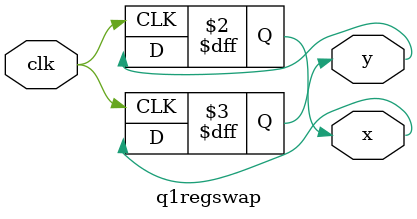
<source format=v>
`timescale 1ns / 1ps


module q1regswap(clk,x,y);
    input clk;  //to trigger 
    output x;   //variable 1
    output y;   //variable 2
    reg y;      //register 2
    reg x;      //register 1
    
    always @(posedge clk)   
    begin       //procedural statements
      #2;
      x<=y;     //non-blocking assignment 
      y<=x;
    end
    endmodule
</source>
